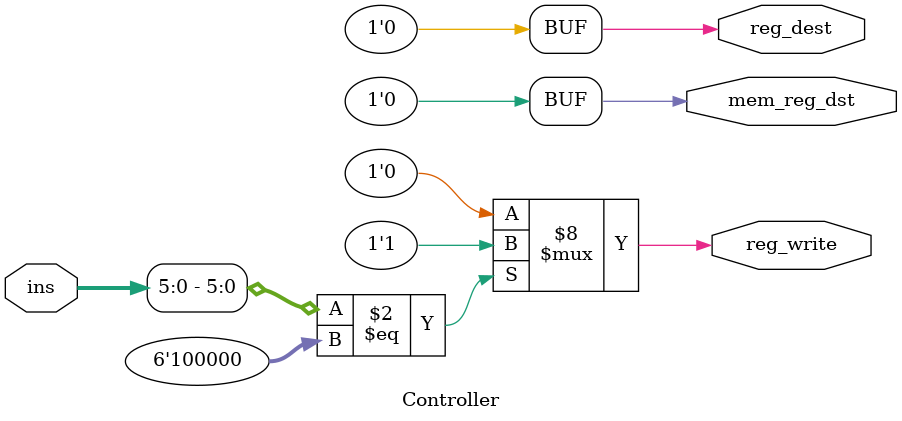
<source format=v>

module Controller(
	input wire [31:0] ins,
	output reg reg_write,
	output reg reg_dest,
	output reg mem_reg_dst);
	
	always @* begin
		if (ins[5:0] == 6'b100000) begin
			reg_write = 1;
			mem_reg_dst = 0;
			reg_dest = 0;
		end else begin
			reg_write = 0;
			mem_reg_dst = 0;
			reg_dest = 0;
		end
	end
endmodule
</source>
